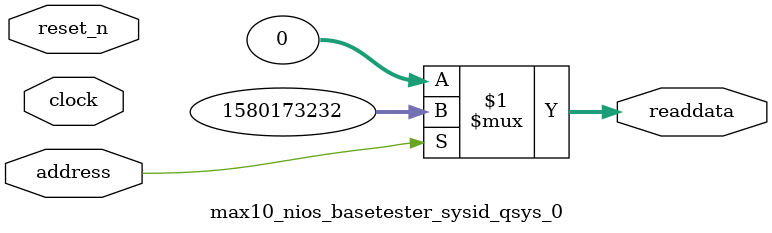
<source format=v>



// synthesis translate_off
`timescale 1ns / 1ps
// synthesis translate_on

// turn off superfluous verilog processor warnings 
// altera message_level Level1 
// altera message_off 10034 10035 10036 10037 10230 10240 10030 

module max10_nios_basetester_sysid_qsys_0 (
               // inputs:
                address,
                clock,
                reset_n,

               // outputs:
                readdata
             )
;

  output  [ 31: 0] readdata;
  input            address;
  input            clock;
  input            reset_n;

  wire    [ 31: 0] readdata;
  //control_slave, which is an e_avalon_slave
  assign readdata = address ? 1580173232 : 0;

endmodule



</source>
